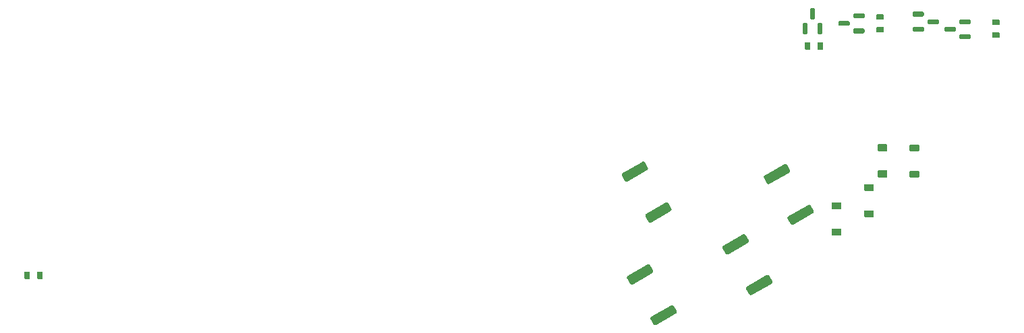
<source format=gbp>
G04 #@! TF.GenerationSoftware,KiCad,Pcbnew,8.0.2-8.0.2-0~ubuntu22.04.1*
G04 #@! TF.CreationDate,2024-05-27T17:13:05+00:00*
G04 #@! TF.ProjectId,uaeficopiedtovfr,75616566-6963-46f7-9069-6564746f7666,rev?*
G04 #@! TF.SameCoordinates,Original*
G04 #@! TF.FileFunction,Paste,Bot*
G04 #@! TF.FilePolarity,Positive*
%FSLAX46Y46*%
G04 Gerber Fmt 4.6, Leading zero omitted, Abs format (unit mm)*
G04 Created by KiCad (PCBNEW 8.0.2-8.0.2-0~ubuntu22.04.1) date 2024-05-27 17:13:05*
%MOMM*%
%LPD*%
G01*
G04 APERTURE LIST*
G04 APERTURE END LIST*
G04 #@! TO.C,R16*
G36*
G01*
X117593000Y67354000D02*
X117593000Y66574000D01*
G75*
G02*
X117523000Y66504000I-70000J0D01*
G01*
X116963000Y66504000D01*
G75*
G02*
X116893000Y66574000I0J70000D01*
G01*
X116893000Y67354000D01*
G75*
G02*
X116963000Y67424000I70000J0D01*
G01*
X117523000Y67424000D01*
G75*
G02*
X117593000Y67354000I0J-70000D01*
G01*
G37*
G36*
G01*
X115993000Y67354000D02*
X115993000Y66574000D01*
G75*
G02*
X115923000Y66504000I-70000J0D01*
G01*
X115363000Y66504000D01*
G75*
G02*
X115293000Y66574000I0J70000D01*
G01*
X115293000Y67354000D01*
G75*
G02*
X115363000Y67424000I70000J0D01*
G01*
X115923000Y67424000D01*
G75*
G02*
X115993000Y67354000I0J-70000D01*
G01*
G37*
G04 #@! TD*
G04 #@! TO.C,D2*
G36*
G01*
X129564000Y50373000D02*
X128544000Y50373000D01*
G75*
G02*
X128454000Y50463000I0J90000D01*
G01*
X128454000Y51183000D01*
G75*
G02*
X128544000Y51273000I90000J0D01*
G01*
X129564000Y51273000D01*
G75*
G02*
X129654000Y51183000I0J-90000D01*
G01*
X129654000Y50463000D01*
G75*
G02*
X129564000Y50373000I-90000J0D01*
G01*
G37*
G36*
G01*
X129564000Y53673000D02*
X128544000Y53673000D01*
G75*
G02*
X128454000Y53763000I0J90000D01*
G01*
X128454000Y54483000D01*
G75*
G02*
X128544000Y54573000I90000J0D01*
G01*
X129564000Y54573000D01*
G75*
G02*
X129654000Y54483000I0J-90000D01*
G01*
X129654000Y53763000D01*
G75*
G02*
X129564000Y53673000I-90000J0D01*
G01*
G37*
G04 #@! TD*
G04 #@! TO.C,D5*
G36*
G01*
X125572000Y50400000D02*
X124552000Y50400000D01*
G75*
G02*
X124462000Y50490000I0J90000D01*
G01*
X124462000Y51210000D01*
G75*
G02*
X124552000Y51300000I90000J0D01*
G01*
X125572000Y51300000D01*
G75*
G02*
X125662000Y51210000I0J-90000D01*
G01*
X125662000Y50490000D01*
G75*
G02*
X125572000Y50400000I-90000J0D01*
G01*
G37*
G36*
G01*
X125572000Y53700000D02*
X124552000Y53700000D01*
G75*
G02*
X124462000Y53790000I0J90000D01*
G01*
X124462000Y54510000D01*
G75*
G02*
X124552000Y54600000I90000J0D01*
G01*
X125572000Y54600000D01*
G75*
G02*
X125662000Y54510000I0J-90000D01*
G01*
X125662000Y53790000D01*
G75*
G02*
X125572000Y53700000I-90000J0D01*
G01*
G37*
G04 #@! TD*
G04 #@! TO.C,R26*
G36*
G01*
X124352072Y70957000D02*
X125132072Y70957000D01*
G75*
G02*
X125202072Y70887000I0J-70000D01*
G01*
X125202072Y70327000D01*
G75*
G02*
X125132072Y70257000I-70000J0D01*
G01*
X124352072Y70257000D01*
G75*
G02*
X124282072Y70327000I0J70000D01*
G01*
X124282072Y70887000D01*
G75*
G02*
X124352072Y70957000I70000J0D01*
G01*
G37*
G36*
G01*
X124352072Y69357000D02*
X125132072Y69357000D01*
G75*
G02*
X125202072Y69287000I0J-70000D01*
G01*
X125202072Y68727000D01*
G75*
G02*
X125132072Y68657000I-70000J0D01*
G01*
X124352072Y68657000D01*
G75*
G02*
X124282072Y68727000I0J70000D01*
G01*
X124282072Y69287000D01*
G75*
G02*
X124352072Y69357000I70000J0D01*
G01*
G37*
G04 #@! TD*
G04 #@! TO.C,D3*
G36*
G01*
X119794000Y43095000D02*
X118774000Y43095000D01*
G75*
G02*
X118684000Y43185000I0J90000D01*
G01*
X118684000Y43905000D01*
G75*
G02*
X118774000Y43995000I90000J0D01*
G01*
X119794000Y43995000D01*
G75*
G02*
X119884000Y43905000I0J-90000D01*
G01*
X119884000Y43185000D01*
G75*
G02*
X119794000Y43095000I-90000J0D01*
G01*
G37*
G36*
G01*
X119794000Y46395000D02*
X118774000Y46395000D01*
G75*
G02*
X118684000Y46485000I0J90000D01*
G01*
X118684000Y47205000D01*
G75*
G02*
X118774000Y47295000I90000J0D01*
G01*
X119794000Y47295000D01*
G75*
G02*
X119884000Y47205000I0J-90000D01*
G01*
X119884000Y46485000D01*
G75*
G02*
X119794000Y46395000I-90000J0D01*
G01*
G37*
G04 #@! TD*
G04 #@! TO.C,R12*
G36*
G01*
X116315586Y45900460D02*
X113847414Y44475460D01*
G75*
G02*
X113505908Y44566966I-125000J216506D01*
G01*
X113143408Y45194834D01*
G75*
G02*
X113234914Y45536340I216506J125000D01*
G01*
X115703086Y46961340D01*
G75*
G02*
X116044592Y46869834I125000J-216506D01*
G01*
X116407092Y46241966D01*
G75*
G02*
X116315586Y45900460I-216506J-125000D01*
G01*
G37*
G36*
G01*
X113353086Y51031660D02*
X110884914Y49606660D01*
G75*
G02*
X110543408Y49698166I-125000J216506D01*
G01*
X110180908Y50326034D01*
G75*
G02*
X110272414Y50667540I216506J125000D01*
G01*
X112740586Y52092540D01*
G75*
G02*
X113082092Y52001034I125000J-216506D01*
G01*
X113444592Y51373166D01*
G75*
G02*
X113353086Y51031660I-216506J-125000D01*
G01*
G37*
G04 #@! TD*
G04 #@! TO.C,D4*
G36*
G01*
X123868000Y45394000D02*
X122848000Y45394000D01*
G75*
G02*
X122758000Y45484000I0J90000D01*
G01*
X122758000Y46204000D01*
G75*
G02*
X122848000Y46294000I90000J0D01*
G01*
X123868000Y46294000D01*
G75*
G02*
X123958000Y46204000I0J-90000D01*
G01*
X123958000Y45484000D01*
G75*
G02*
X123868000Y45394000I-90000J0D01*
G01*
G37*
G36*
G01*
X123868000Y48694000D02*
X122848000Y48694000D01*
G75*
G02*
X122758000Y48784000I0J90000D01*
G01*
X122758000Y49504000D01*
G75*
G02*
X122848000Y49594000I90000J0D01*
G01*
X123868000Y49594000D01*
G75*
G02*
X123958000Y49504000I0J-90000D01*
G01*
X123958000Y48784000D01*
G75*
G02*
X123868000Y48694000I-90000J0D01*
G01*
G37*
G04 #@! TD*
G04 #@! TO.C,D7*
G36*
G01*
X117371000Y68426000D02*
X117071000Y68426000D01*
G75*
G02*
X116921000Y68576000I0J150000D01*
G01*
X116921000Y69751000D01*
G75*
G02*
X117071000Y69901000I150000J0D01*
G01*
X117371000Y69901000D01*
G75*
G02*
X117521000Y69751000I0J-150000D01*
G01*
X117521000Y68576000D01*
G75*
G02*
X117371000Y68426000I-150000J0D01*
G01*
G37*
G36*
G01*
X116421000Y70301000D02*
X116121000Y70301000D01*
G75*
G02*
X115971000Y70451000I0J150000D01*
G01*
X115971000Y71626000D01*
G75*
G02*
X116121000Y71776000I150000J0D01*
G01*
X116421000Y71776000D01*
G75*
G02*
X116571000Y71626000I0J-150000D01*
G01*
X116571000Y70451000D01*
G75*
G02*
X116421000Y70301000I-150000J0D01*
G01*
G37*
G36*
G01*
X115471000Y68426000D02*
X115171000Y68426000D01*
G75*
G02*
X115021000Y68576000I0J150000D01*
G01*
X115021000Y69751000D01*
G75*
G02*
X115171000Y69901000I150000J0D01*
G01*
X115471000Y69901000D01*
G75*
G02*
X115621000Y69751000I0J-150000D01*
G01*
X115621000Y68576000D01*
G75*
G02*
X115471000Y68426000I-150000J0D01*
G01*
G37*
G04 #@! TD*
G04 #@! TO.C,R5*
G36*
G01*
X17344000Y37714000D02*
X17344000Y38494000D01*
G75*
G02*
X17414000Y38564000I70000J0D01*
G01*
X17974000Y38564000D01*
G75*
G02*
X18044000Y38494000I0J-70000D01*
G01*
X18044000Y37714000D01*
G75*
G02*
X17974000Y37644000I-70000J0D01*
G01*
X17414000Y37644000D01*
G75*
G02*
X17344000Y37714000I0J70000D01*
G01*
G37*
G36*
G01*
X18944000Y37714000D02*
X18944000Y38494000D01*
G75*
G02*
X19014000Y38564000I70000J0D01*
G01*
X19574000Y38564000D01*
G75*
G02*
X19644000Y38494000I0J-70000D01*
G01*
X19644000Y37714000D01*
G75*
G02*
X19574000Y37644000I-70000J0D01*
G01*
X19014000Y37644000D01*
G75*
G02*
X18944000Y37714000I0J70000D01*
G01*
G37*
G04 #@! TD*
G04 #@! TO.C,R25*
G36*
G01*
X138885000Y70283000D02*
X139665000Y70283000D01*
G75*
G02*
X139735000Y70213000I0J-70000D01*
G01*
X139735000Y69653000D01*
G75*
G02*
X139665000Y69583000I-70000J0D01*
G01*
X138885000Y69583000D01*
G75*
G02*
X138815000Y69653000I0J70000D01*
G01*
X138815000Y70213000D01*
G75*
G02*
X138885000Y70283000I70000J0D01*
G01*
G37*
G36*
G01*
X138885000Y68683000D02*
X139665000Y68683000D01*
G75*
G02*
X139735000Y68613000I0J-70000D01*
G01*
X139735000Y68053000D01*
G75*
G02*
X139665000Y67983000I-70000J0D01*
G01*
X138885000Y67983000D01*
G75*
G02*
X138815000Y68053000I0J70000D01*
G01*
X138815000Y68613000D01*
G75*
G02*
X138885000Y68683000I70000J0D01*
G01*
G37*
G04 #@! TD*
G04 #@! TO.C,R18*
G36*
G01*
X98465586Y46196460D02*
X95997414Y44771460D01*
G75*
G02*
X95655908Y44862966I-125000J216506D01*
G01*
X95293408Y45490834D01*
G75*
G02*
X95384914Y45832340I216506J125000D01*
G01*
X97853086Y47257340D01*
G75*
G02*
X98194592Y47165834I125000J-216506D01*
G01*
X98557092Y46537966D01*
G75*
G02*
X98465586Y46196460I-216506J-125000D01*
G01*
G37*
G36*
G01*
X95503086Y51327660D02*
X93034914Y49902660D01*
G75*
G02*
X92693408Y49994166I-125000J216506D01*
G01*
X92330908Y50622034D01*
G75*
G02*
X92422414Y50963540I216506J125000D01*
G01*
X94890586Y52388540D01*
G75*
G02*
X95232092Y52297034I125000J-216506D01*
G01*
X95594592Y51669166D01*
G75*
G02*
X95503086Y51327660I-216506J-125000D01*
G01*
G37*
G04 #@! TD*
G04 #@! TO.C,R13*
G36*
G01*
X99118586Y33268460D02*
X96650414Y31843460D01*
G75*
G02*
X96308908Y31934966I-125000J216506D01*
G01*
X95946408Y32562834D01*
G75*
G02*
X96037914Y32904340I216506J125000D01*
G01*
X98506086Y34329340D01*
G75*
G02*
X98847592Y34237834I125000J-216506D01*
G01*
X99210092Y33609966D01*
G75*
G02*
X99118586Y33268460I-216506J-125000D01*
G01*
G37*
G36*
G01*
X96156086Y38399660D02*
X93687914Y36974660D01*
G75*
G02*
X93346408Y37066166I-125000J216506D01*
G01*
X92983908Y37694034D01*
G75*
G02*
X93075414Y38035540I216506J125000D01*
G01*
X95543586Y39460540D01*
G75*
G02*
X95885092Y39369034I125000J-216506D01*
G01*
X96247592Y38741166D01*
G75*
G02*
X96156086Y38399660I-216506J-125000D01*
G01*
G37*
G04 #@! TD*
G04 #@! TO.C,Q12*
G36*
G01*
X122832000Y70907000D02*
X122832000Y70607000D01*
G75*
G02*
X122682000Y70457000I-150000J0D01*
G01*
X121507000Y70457000D01*
G75*
G02*
X121357000Y70607000I0J150000D01*
G01*
X121357000Y70907000D01*
G75*
G02*
X121507000Y71057000I150000J0D01*
G01*
X122682000Y71057000D01*
G75*
G02*
X122832000Y70907000I0J-150000D01*
G01*
G37*
G36*
G01*
X120957000Y69957000D02*
X120957000Y69657000D01*
G75*
G02*
X120807000Y69507000I-150000J0D01*
G01*
X119632000Y69507000D01*
G75*
G02*
X119482000Y69657000I0J150000D01*
G01*
X119482000Y69957000D01*
G75*
G02*
X119632000Y70107000I150000J0D01*
G01*
X120807000Y70107000D01*
G75*
G02*
X120957000Y69957000I0J-150000D01*
G01*
G37*
G36*
G01*
X122832000Y69007000D02*
X122832000Y68707000D01*
G75*
G02*
X122682000Y68557000I-150000J0D01*
G01*
X121507000Y68557000D01*
G75*
G02*
X121357000Y68707000I0J150000D01*
G01*
X121357000Y69007000D01*
G75*
G02*
X121507000Y69157000I150000J0D01*
G01*
X122682000Y69157000D01*
G75*
G02*
X122832000Y69007000I0J-150000D01*
G01*
G37*
G04 #@! TD*
G04 #@! TO.C,D6*
G36*
G01*
X128802000Y68930000D02*
X128802000Y69230000D01*
G75*
G02*
X128952000Y69380000I150000J0D01*
G01*
X130127000Y69380000D01*
G75*
G02*
X130277000Y69230000I0J-150000D01*
G01*
X130277000Y68930000D01*
G75*
G02*
X130127000Y68780000I-150000J0D01*
G01*
X128952000Y68780000D01*
G75*
G02*
X128802000Y68930000I0J150000D01*
G01*
G37*
G36*
G01*
X130677000Y69880000D02*
X130677000Y70180000D01*
G75*
G02*
X130827000Y70330000I150000J0D01*
G01*
X132002000Y70330000D01*
G75*
G02*
X132152000Y70180000I0J-150000D01*
G01*
X132152000Y69880000D01*
G75*
G02*
X132002000Y69730000I-150000J0D01*
G01*
X130827000Y69730000D01*
G75*
G02*
X130677000Y69880000I0J150000D01*
G01*
G37*
G36*
G01*
X128802000Y70830000D02*
X128802000Y71130000D01*
G75*
G02*
X128952000Y71280000I150000J0D01*
G01*
X130127000Y71280000D01*
G75*
G02*
X130277000Y71130000I0J-150000D01*
G01*
X130277000Y70830000D01*
G75*
G02*
X130127000Y70680000I-150000J0D01*
G01*
X128952000Y70680000D01*
G75*
G02*
X128802000Y70830000I0J150000D01*
G01*
G37*
G04 #@! TD*
G04 #@! TO.C,R14*
G36*
G01*
X111119586Y37056460D02*
X108651414Y35631460D01*
G75*
G02*
X108309908Y35722966I-125000J216506D01*
G01*
X107947408Y36350834D01*
G75*
G02*
X108038914Y36692340I216506J125000D01*
G01*
X110507086Y38117340D01*
G75*
G02*
X110848592Y38025834I125000J-216506D01*
G01*
X111211092Y37397966D01*
G75*
G02*
X111119586Y37056460I-216506J-125000D01*
G01*
G37*
G36*
G01*
X108157086Y42187660D02*
X105688914Y40762660D01*
G75*
G02*
X105347408Y40854166I-125000J216506D01*
G01*
X104984908Y41482034D01*
G75*
G02*
X105076414Y41823540I216506J125000D01*
G01*
X107544586Y43248540D01*
G75*
G02*
X107886092Y43157034I125000J-216506D01*
G01*
X108248592Y42529166D01*
G75*
G02*
X108157086Y42187660I-216506J-125000D01*
G01*
G37*
G04 #@! TD*
G04 #@! TO.C,Q11*
G36*
G01*
X136144000Y70164000D02*
X136144000Y69864000D01*
G75*
G02*
X135994000Y69714000I-150000J0D01*
G01*
X134819000Y69714000D01*
G75*
G02*
X134669000Y69864000I0J150000D01*
G01*
X134669000Y70164000D01*
G75*
G02*
X134819000Y70314000I150000J0D01*
G01*
X135994000Y70314000D01*
G75*
G02*
X136144000Y70164000I0J-150000D01*
G01*
G37*
G36*
G01*
X134269000Y69214000D02*
X134269000Y68914000D01*
G75*
G02*
X134119000Y68764000I-150000J0D01*
G01*
X132944000Y68764000D01*
G75*
G02*
X132794000Y68914000I0J150000D01*
G01*
X132794000Y69214000D01*
G75*
G02*
X132944000Y69364000I150000J0D01*
G01*
X134119000Y69364000D01*
G75*
G02*
X134269000Y69214000I0J-150000D01*
G01*
G37*
G36*
G01*
X136144000Y68264000D02*
X136144000Y67964000D01*
G75*
G02*
X135994000Y67814000I-150000J0D01*
G01*
X134819000Y67814000D01*
G75*
G02*
X134669000Y67964000I0J150000D01*
G01*
X134669000Y68264000D01*
G75*
G02*
X134819000Y68414000I150000J0D01*
G01*
X135994000Y68414000D01*
G75*
G02*
X136144000Y68264000I0J-150000D01*
G01*
G37*
G04 #@! TD*
M02*

</source>
